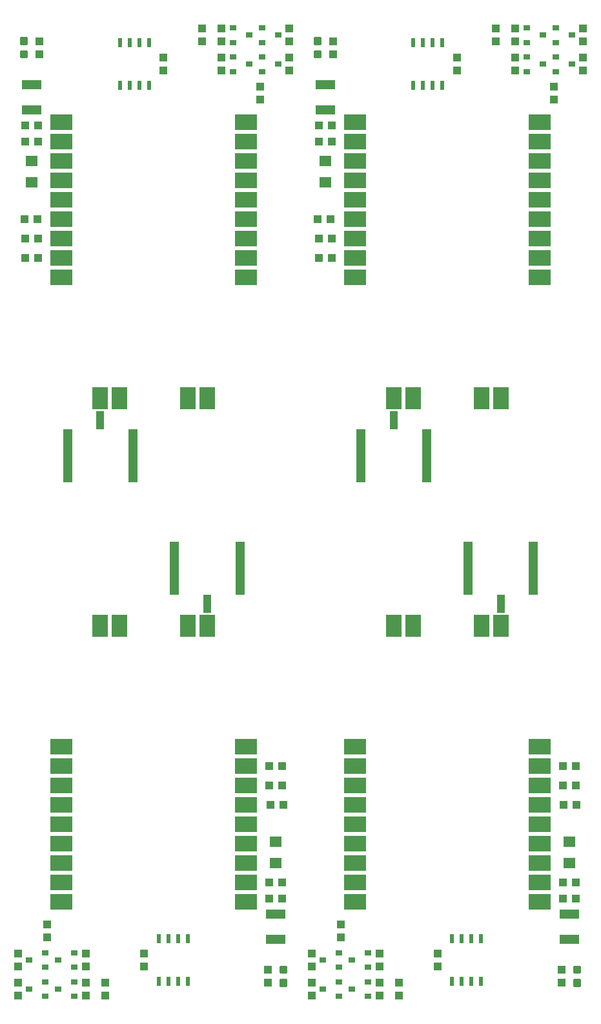
<source format=gtp>
G04 EAGLE Gerber RS-274X export*
G75*
%MOMM*%
%FSLAX34Y34*%
%LPD*%
%INSolderpaste Top*%
%IPPOS*%
%AMOC8*
5,1,8,0,0,1.08239X$1,22.5*%
G01*
%ADD10R,1.100000X1.000000*%
%ADD11R,1.600000X1.400000*%
%ADD12R,1.000000X1.100000*%
%ADD13C,0.300000*%
%ADD14R,3.000000X2.000000*%
%ADD15R,2.000000X3.000000*%
%ADD16R,2.500000X1.200000*%
%ADD17R,1.100000X2.400000*%
%ADD18R,1.250000X7.000000*%
%ADD19R,0.900000X0.800000*%
%ADD20R,0.600000X1.200000*%


D10*
X341512Y203200D03*
X358512Y203200D03*
X341512Y181610D03*
X358512Y181610D03*
D11*
X350012Y256570D03*
X350012Y228570D03*
D12*
X339992Y71500D03*
X339992Y88500D03*
D13*
X356492Y85270D02*
X363492Y85270D01*
X356492Y85270D02*
X356492Y92270D01*
X363492Y92270D01*
X363492Y85270D01*
X363492Y88120D02*
X356492Y88120D01*
X356492Y90970D02*
X363492Y90970D01*
X363492Y67730D02*
X356492Y67730D01*
X356492Y74730D01*
X363492Y74730D01*
X363492Y67730D01*
X363492Y70580D02*
X356492Y70580D01*
X356492Y73430D02*
X363492Y73430D01*
D14*
X68992Y177900D03*
X68992Y203300D03*
X68992Y228700D03*
X68992Y254100D03*
X68992Y279500D03*
X68992Y304900D03*
X68992Y330300D03*
X68992Y355700D03*
X68992Y381100D03*
X310992Y177900D03*
X310992Y203300D03*
X310992Y228700D03*
X310992Y254100D03*
X310992Y279500D03*
X310992Y304900D03*
X310992Y330300D03*
X310992Y355700D03*
X310992Y381100D03*
D15*
X259992Y538900D03*
X234592Y538900D03*
X145392Y538900D03*
X119992Y538900D03*
D12*
X50292Y148200D03*
X50292Y131200D03*
D10*
X342782Y304800D03*
X359782Y304800D03*
X358512Y355600D03*
X341512Y355600D03*
X358512Y330200D03*
X341512Y330200D03*
D16*
X349992Y128100D03*
X349992Y161100D03*
D17*
X259992Y567700D03*
D18*
X216942Y614600D03*
X303042Y614600D03*
D12*
X126492Y72000D03*
X126492Y55000D03*
D19*
X47592Y92100D03*
X47592Y111100D03*
X26592Y101600D03*
D12*
X12192Y110100D03*
X12192Y93100D03*
D19*
X85692Y92100D03*
X85692Y111100D03*
X64692Y101600D03*
D12*
X101092Y110100D03*
X101092Y93100D03*
D19*
X47592Y54000D03*
X47592Y73000D03*
X26592Y63500D03*
D12*
X12192Y72000D03*
X12192Y55000D03*
D19*
X85692Y54000D03*
X85692Y73000D03*
X64692Y63500D03*
D12*
X101092Y55000D03*
X101092Y72000D03*
D20*
X196342Y73600D03*
X209042Y73600D03*
X221742Y73600D03*
X234442Y73600D03*
X234442Y129600D03*
X221742Y129600D03*
X209042Y129600D03*
X196342Y129600D03*
D12*
X177292Y110100D03*
X177292Y93100D03*
D10*
X726601Y203200D03*
X743601Y203200D03*
X726601Y181610D03*
X743601Y181610D03*
D11*
X735101Y256570D03*
X735101Y228570D03*
D12*
X725081Y71500D03*
X725081Y88500D03*
D13*
X741581Y85270D02*
X748581Y85270D01*
X741581Y85270D02*
X741581Y92270D01*
X748581Y92270D01*
X748581Y85270D01*
X748581Y88120D02*
X741581Y88120D01*
X741581Y90970D02*
X748581Y90970D01*
X748581Y67730D02*
X741581Y67730D01*
X741581Y74730D01*
X748581Y74730D01*
X748581Y67730D01*
X748581Y70580D02*
X741581Y70580D01*
X741581Y73430D02*
X748581Y73430D01*
D14*
X454081Y177900D03*
X454081Y203300D03*
X454081Y228700D03*
X454081Y254100D03*
X454081Y279500D03*
X454081Y304900D03*
X454081Y330300D03*
X454081Y355700D03*
X454081Y381100D03*
X696081Y177900D03*
X696081Y203300D03*
X696081Y228700D03*
X696081Y254100D03*
X696081Y279500D03*
X696081Y304900D03*
X696081Y330300D03*
X696081Y355700D03*
X696081Y381100D03*
D15*
X645081Y538900D03*
X619681Y538900D03*
X530481Y538900D03*
X505081Y538900D03*
D12*
X435381Y148200D03*
X435381Y131200D03*
D10*
X727871Y304800D03*
X744871Y304800D03*
X743601Y355600D03*
X726601Y355600D03*
X743601Y330200D03*
X726601Y330200D03*
D16*
X735081Y128100D03*
X735081Y161100D03*
D17*
X645081Y567700D03*
D18*
X602031Y614600D03*
X688131Y614600D03*
D12*
X511581Y72000D03*
X511581Y55000D03*
D19*
X432681Y92100D03*
X432681Y111100D03*
X411681Y101600D03*
D12*
X397281Y110100D03*
X397281Y93100D03*
D19*
X470781Y92100D03*
X470781Y111100D03*
X449781Y101600D03*
D12*
X486181Y110100D03*
X486181Y93100D03*
D19*
X432681Y54000D03*
X432681Y73000D03*
X411681Y63500D03*
D12*
X397281Y72000D03*
X397281Y55000D03*
D19*
X470781Y54000D03*
X470781Y73000D03*
X449781Y63500D03*
D12*
X486181Y55000D03*
X486181Y72000D03*
D20*
X581431Y73600D03*
X594131Y73600D03*
X606831Y73600D03*
X619531Y73600D03*
X619531Y129600D03*
X606831Y129600D03*
X594131Y129600D03*
X581431Y129600D03*
D12*
X562381Y110100D03*
X562381Y93100D03*
D10*
X38497Y1172997D03*
X21497Y1172997D03*
X38497Y1194587D03*
X21497Y1194587D03*
D11*
X29997Y1119627D03*
X29997Y1147627D03*
D12*
X40017Y1304697D03*
X40017Y1287697D03*
D13*
X23517Y1290927D02*
X16517Y1290927D01*
X23517Y1290927D02*
X23517Y1283927D01*
X16517Y1283927D01*
X16517Y1290927D01*
X16517Y1286777D02*
X23517Y1286777D01*
X23517Y1289627D02*
X16517Y1289627D01*
X16517Y1308467D02*
X23517Y1308467D01*
X23517Y1301467D01*
X16517Y1301467D01*
X16517Y1308467D01*
X16517Y1304317D02*
X23517Y1304317D01*
X23517Y1307167D02*
X16517Y1307167D01*
D14*
X311017Y1198297D03*
X311017Y1172897D03*
X311017Y1147497D03*
X311017Y1122097D03*
X311017Y1096697D03*
X311017Y1071297D03*
X311017Y1045897D03*
X311017Y1020497D03*
X311017Y995097D03*
X69017Y1198297D03*
X69017Y1172897D03*
X69017Y1147497D03*
X69017Y1122097D03*
X69017Y1096697D03*
X69017Y1071297D03*
X69017Y1045897D03*
X69017Y1020497D03*
X69017Y995097D03*
D15*
X120017Y837297D03*
X145417Y837297D03*
X234617Y837297D03*
X260017Y837297D03*
D12*
X329717Y1227997D03*
X329717Y1244997D03*
D10*
X37227Y1071397D03*
X20227Y1071397D03*
X21497Y1020597D03*
X38497Y1020597D03*
X21497Y1045997D03*
X38497Y1045997D03*
D16*
X30017Y1248097D03*
X30017Y1215097D03*
D17*
X120017Y808497D03*
D18*
X163067Y761597D03*
X76967Y761597D03*
D12*
X253517Y1304197D03*
X253517Y1321197D03*
D19*
X332417Y1284097D03*
X332417Y1265097D03*
X353417Y1274597D03*
D12*
X367817Y1266097D03*
X367817Y1283097D03*
D19*
X294317Y1284097D03*
X294317Y1265097D03*
X315317Y1274597D03*
D12*
X278917Y1266097D03*
X278917Y1283097D03*
D19*
X332417Y1322197D03*
X332417Y1303197D03*
X353417Y1312697D03*
D12*
X367817Y1304197D03*
X367817Y1321197D03*
D19*
X294317Y1322197D03*
X294317Y1303197D03*
X315317Y1312697D03*
D12*
X278917Y1321197D03*
X278917Y1304197D03*
D20*
X183667Y1302597D03*
X170967Y1302597D03*
X158267Y1302597D03*
X145567Y1302597D03*
X145567Y1246597D03*
X158267Y1246597D03*
X170967Y1246597D03*
X183667Y1246597D03*
D12*
X202717Y1266097D03*
X202717Y1283097D03*
D10*
X423561Y1172997D03*
X406561Y1172997D03*
X423561Y1194587D03*
X406561Y1194587D03*
D11*
X415061Y1119627D03*
X415061Y1147627D03*
D12*
X425081Y1304697D03*
X425081Y1287697D03*
D13*
X408581Y1290927D02*
X401581Y1290927D01*
X408581Y1290927D02*
X408581Y1283927D01*
X401581Y1283927D01*
X401581Y1290927D01*
X401581Y1286777D02*
X408581Y1286777D01*
X408581Y1289627D02*
X401581Y1289627D01*
X401581Y1308467D02*
X408581Y1308467D01*
X408581Y1301467D01*
X401581Y1301467D01*
X401581Y1308467D01*
X401581Y1304317D02*
X408581Y1304317D01*
X408581Y1307167D02*
X401581Y1307167D01*
D14*
X696081Y1198297D03*
X696081Y1172897D03*
X696081Y1147497D03*
X696081Y1122097D03*
X696081Y1096697D03*
X696081Y1071297D03*
X696081Y1045897D03*
X696081Y1020497D03*
X696081Y995097D03*
X454081Y1198297D03*
X454081Y1172897D03*
X454081Y1147497D03*
X454081Y1122097D03*
X454081Y1096697D03*
X454081Y1071297D03*
X454081Y1045897D03*
X454081Y1020497D03*
X454081Y995097D03*
D15*
X505081Y837297D03*
X530481Y837297D03*
X619681Y837297D03*
X645081Y837297D03*
D12*
X714781Y1227997D03*
X714781Y1244997D03*
D10*
X422291Y1071397D03*
X405291Y1071397D03*
X406561Y1020597D03*
X423561Y1020597D03*
X406561Y1045997D03*
X423561Y1045997D03*
D16*
X415081Y1248097D03*
X415081Y1215097D03*
D17*
X505081Y808497D03*
D18*
X548131Y761597D03*
X462031Y761597D03*
D12*
X638581Y1304197D03*
X638581Y1321197D03*
D19*
X717481Y1284097D03*
X717481Y1265097D03*
X738481Y1274597D03*
D12*
X752881Y1266097D03*
X752881Y1283097D03*
D19*
X679381Y1284097D03*
X679381Y1265097D03*
X700381Y1274597D03*
D12*
X663981Y1266097D03*
X663981Y1283097D03*
D19*
X717481Y1322197D03*
X717481Y1303197D03*
X738481Y1312697D03*
D12*
X752881Y1304197D03*
X752881Y1321197D03*
D19*
X679381Y1322197D03*
X679381Y1303197D03*
X700381Y1312697D03*
D12*
X663981Y1321197D03*
X663981Y1304197D03*
D20*
X568731Y1302597D03*
X556031Y1302597D03*
X543331Y1302597D03*
X530631Y1302597D03*
X530631Y1246597D03*
X543331Y1246597D03*
X556031Y1246597D03*
X568731Y1246597D03*
D12*
X587781Y1266097D03*
X587781Y1283097D03*
M02*

</source>
